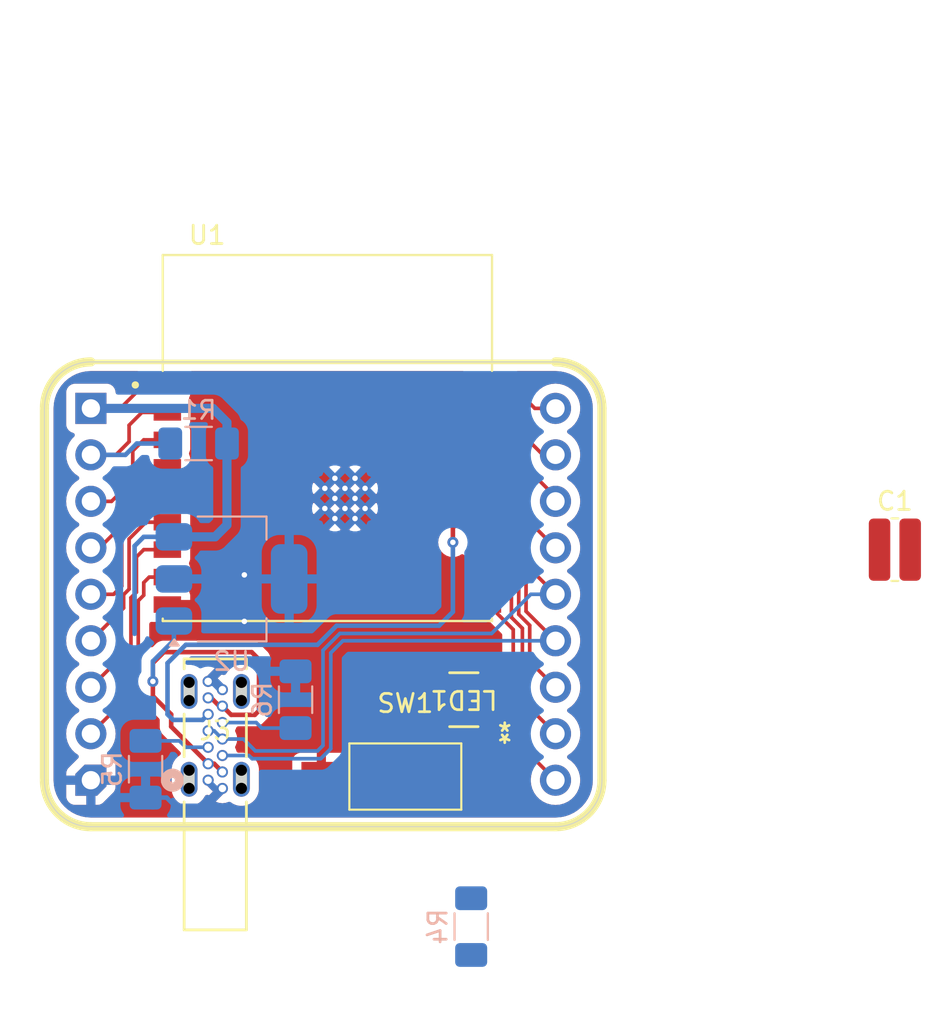
<source format=kicad_pcb>
(kicad_pcb (version 20240108) (generator "pcbnew") (generator_version "8.0")
  (layers (0 "F.Cu" signal) (31 "B.Cu" signal) (34 "B.Paste" user) (35 "F.Paste" user) (36 "B.SilkS" user "B.Silkscreen") (37 "F.SilkS" user "F.Silkscreen") (38 "B.Mask" user) (39 "F.Mask" user) (44 "Edge.Cuts" user))
  (net 0 "")
  (net 1 "GPIO3")
  (net 2 "GND")
  (net 3 "GPIO2")
  (net 4 "GPIO1")
  (net 5 "GPIO0")
  (net 6 "GPIO4")
  (net 7 "VBUS")
  (net 8 "GPIO7")
  (net 9 "USB_D+")
  (net 10 "UART-RX")
  (net 11 "USB_D-")
  (net 12 "GPIO5")
  (net 13 "GPIO8")
  (net 14 "UART-TX")
  (net 15 "GPIO10")
  (net 16 "EN")
  (net 17 "GPIO9")
  (net 18 "3V3")
  (net 19 "GPIO6")
  (net 21 "Net-(LED1-GND-Pad1)")
  (net 22 "Net-(J3-CC2)")
  (net 23 "Net-(J3-CC1)")
  (footprint "Alexander Footprint Library:ESP32-C3-WROOM-02-H4" (layer "F.Cu") (at 156.94 61.1)
    (property "Reference" "U1" (at -6.575 -11.085 0) (layer "F.SilkS"))
    (property "Value" "ESP32-C3-WROOM-02-N4")
    (fp_line (start -9 -10) (end -9 -3.67) (stroke (width 0.127)) (layer "F.SilkS"))
    (fp_line (start -9 10) (end -9 9.87) (stroke (width 0.127)) (layer "F.SilkS"))
    (fp_line (start -9 10) (end 9 10) (stroke (width 0.127)) (layer "F.SilkS"))
    (fp_line (start 9 -10) (end -9 -10) (stroke (width 0.127)) (layer "F.SilkS"))
    (fp_line (start 9 -3.67) (end 9 -10) (stroke (width 0.127)) (layer "F.SilkS"))
    (fp_line (start 9 10) (end 9 9.87) (stroke (width 0.127)) (layer "F.SilkS"))
    (fp_circle (center -10.5 -2.9) (end -10.4 -2.9) (stroke (width 0.2)) (fill none) (layer "F.SilkS"))
    (pad "1" smd rect (at -8.75 -2.9) (size 1.5 0.9) (layers "F.Cu" "F.Paste" "F.Mask") (net 18 "3V3"))
    (pad "2" smd rect (at -8.75 -1.4) (size 1.5 0.9) (layers "F.Cu" "F.Paste" "F.Mask") (net 16 "EN"))
    (pad "3" smd rect (at -8.75 0.1) (size 1.5 0.9) (layers "F.Cu" "F.Paste" "F.Mask") (net 6 "GPIO4"))
    (pad "4" smd rect (at -8.75 1.6) (size 1.5 0.9) (layers "F.Cu" "F.Paste" "F.Mask") (net 12 "GPIO5"))
    (pad "5" smd rect (at -8.75 3.1) (size 1.5 0.9) (layers "F.Cu" "F.Paste" "F.Mask") (net 19 "GPIO6"))
    (pad "6" smd rect (at -8.75 4.6) (size 1.5 0.9) (layers "F.Cu" "F.Paste" "F.Mask") (net 8 "GPIO7"))
    (pad "7" smd rect (at -8.75 6.1) (size 1.5 0.9) (layers "F.Cu" "F.Paste" "F.Mask") (net 13 "GPIO8"))
    (pad "8" smd rect (at -8.75 7.6) (size 1.5 0.9) (layers "F.Cu" "F.Paste" "F.Mask") (net 17 "GPIO9"))
    (pad "9" smd rect (at -8.75 9.1) (size 1.5 0.9) (layers "F.Cu" "F.Paste" "F.Mask") (net 2 "GND"))
    (pad "10" smd rect (at 8.75 9.1) (size 1.5 0.9) (layers "F.Cu" "F.Paste" "F.Mask") (net 15 "GPIO10"))
    (pad "11" smd rect (at 8.75 7.6) (size 1.5 0.9) (layers "F.Cu" "F.Paste" "F.Mask") (net 10 "UART-RX"))
    (pad "12" smd rect (at 8.75 6.1) (size 1.5 0.9) (layers "F.Cu" "F.Paste" "F.Mask") (net 14 "UART-TX"))
    (pad "13" smd rect (at 8.75 4.6) (size 1.5 0.9) (layers "F.Cu" "F.Paste" "F.Mask") (net 11 "USB_D-"))
    (pad "14" smd rect (at 8.75 3.1) (size 1.5 0.9) (layers "F.Cu" "F.Paste" "F.Mask") (net 9 "USB_D+"))
    (pad "15" smd rect (at 8.75 1.6) (size 1.5 0.9) (layers "F.Cu" "F.Paste" "F.Mask") (net 1 "GPIO3"))
    (pad "16" smd rect (at 8.75 0.1) (size 1.5 0.9) (layers "F.Cu" "F.Paste" "F.Mask") (net 3 "GPIO2"))
    (pad "17" smd rect (at 8.75 -1.4) (size 1.5 0.9) (layers "F.Cu" "F.Paste" "F.Mask") (net 4 "GPIO1"))
    (pad "18" smd rect (at 8.75 -2.9) (size 1.5 0.9) (layers "F.Cu" "F.Paste" "F.Mask") (net 5 "GPIO0"))
    (pad "19" smd rect (at -0.14 2.2) (size 0.7 0.7) (layers "F.Cu" "F.Paste" "F.Mask") (net 2 "GND"))
    (pad "20" smd rect (at 0.96 2.2) (size 0.7 0.7) (layers "F.Cu" "F.Paste" "F.Mask") (net 2 "GND"))
    (pad "21" smd rect (at 2.06 2.2) (size 0.7 0.7) (layers "F.Cu" "F.Paste" "F.Mask") (net 2 "GND"))
    (pad "22" smd rect (at -0.14 3.3) (size 0.7 0.7) (layers "F.Cu" "F.Paste" "F.Mask") (net 2 "GND"))
    (pad "23" smd rect (at 0.96 3.3) (size 0.7 0.7) (layers "F.Cu" "F.Paste" "F.Mask") (net 2 "GND"))
    (pad "24" smd rect (at 2.06 3.3) (size 0.7 0.7) (layers "F.Cu" "F.Paste" "F.Mask") (net 2 "GND"))
    (pad "25" smd rect (at -0.14 4.4) (size 0.7 0.7) (layers "F.Cu" "F.Paste" "F.Mask") (net 2 "GND"))
    (pad "26" smd rect (at 0.96 4.4) (size 0.7 0.7) (layers "F.Cu" "F.Paste" "F.Mask") (net 2 "GND"))
    (pad "27" smd rect (at 2.06 4.4) (size 0.7 0.7) (layers "F.Cu" "F.Paste" "F.Mask") (net 2 "GND"))
    (pad "28" thru_hole circle (at 0.41 2.2) (size 0.4 0.4) (drill 0.3) (layers "*.Cu") (net 2 "GND"))
    (pad "29" thru_hole circle (at 1.51 2.2) (size 0.4 0.4) (drill 0.3) (layers "*.Cu") (net 2 "GND"))
    (pad "30" thru_hole circle (at -0.14 2.75) (size 0.4 0.4) (drill 0.3) (layers "*.Cu") (net 2 "GND"))
    (pad "31" thru_hole circle (at 0.96 2.75) (size 0.4 0.4) (drill 0.3) (layers "*.Cu") (net 2 "GND"))
    (pad "32" thru_hole circle (at 2.06 2.75) (size 0.4 0.4) (drill 0.3) (layers "*.Cu") (net 2 "GND"))
    (pad "33" thru_hole circle (at 0.41 3.3) (size 0.4 0.4) (drill 0.3) (layers "*.Cu") (net 2 "GND"))
    (pad "34" thru_hole circle (at 1.51 3.3) (size 0.4 0.4) (drill 0.3) (layers "*.Cu") (net 2 "GND"))
    (pad "35" thru_hole circle (at -0.14 3.85) (size 0.4 0.4) (drill 0.3) (layers "*.Cu") (net 2 "GND"))
    (pad "36" thru_hole circle (at 0.96 3.85) (size 0.4 0.4) (drill 0.3) (layers "*.Cu") (net 2 "GND"))
    (pad "37" thru_hole circle (at 2.06 3.85) (size 0.4 0.4) (drill 0.3) (layers "*.Cu") (net 2 "GND"))
    (pad "38" thru_hole circle (at 0.41 4.4) (size 0.4 0.4) (drill 0.3) (layers "*.Cu") (net 2 "GND"))
    (pad "39" thru_hole circle (at 1.51 4.4) (size 0.4 0.4) (drill 0.3) (layers "*.Cu") (net 2 "GND"))
    (zone (net 0) (net_name "") (layer "F.Cu") (connect_pads (clearance 0)) (min_thickness 0.01)
      (keepout (tracks not_allowed) (vias not_allowed) (pads not_allowed) (copperpour not_allowed) (footprints allowed))
      (fill (thermal_gap 0.508) (thermal_bridge_width 0.508))
      (polygon (pts (xy 147.94 51.1) (xy 165.94 51.1) (xy 165.94 57.1) (xy 147.94 57.1)))
    )
    (zone (net 0) (net_name "") (layer "B.Cu") (connect_pads (clearance 0)) (min_thickness 0.01)
      (keepout (tracks not_allowed) (vias not_allowed) (pads not_allowed) (copperpour not_allowed) (footprints allowed))
      (fill (thermal_gap 0.508) (thermal_bridge_width 0.508))
      (polygon (pts (xy 147.94 51.1) (xy 165.94 51.1) (xy 165.94 57.1) (xy 147.94 57.1)))
    )
  )
  (footprint "Alexander Footprint Library:B1552_HVK-M" (layer "F.Cu") (at 164.4 75.4 180)
    (property "Reference" "LED1" (at 0 0 180) (layer "F.SilkS"))
    (property "Value" "LED-RED-GREEN-B1552USUG20D")
    (fp_line (start -0.777373 1.4732) (end 0.777373 1.4732) (stroke (width 0.1524)) (layer "F.SilkS"))
    (fp_line (start -0.777373 -1.4732) (end 0.777373 -1.4732) (stroke (width 0.1524)) (layer "F.SilkS"))
    (fp_text user "*" (at -2.2352 -1.8041 180) (layer "F.SilkS"))
    (fp_text user "*" (at -2.2352 -1.8041 0) (layer "F.SilkS"))
    (pad "1" smd rect (at -1.6002 -0.750001 180) (size 1.1176 1.0414) (layers "F.Cu" "F.Paste" "F.Mask") (net 21 "Net-(LED1-GND-Pad1)"))
    (pad "2" smd rect (at -1.6002 0.750001 180) (size 1.1176 1.0414) (layers "F.Cu" "F.Paste" "F.Mask") (net 18 "3V3"))
    (pad "3" smd rect (at 1.6002 0.750001 180) (size 1.1176 1.0414) (layers "F.Cu" "F.Paste" "F.Mask"))
    (pad "4" smd rect (at 1.6002 -0.750001 180) (size 1.1176 1.0414) (layers "F.Cu" "F.Paste" "F.Mask") (net 21 "Net-(LED1-GND-Pad1)"))
  )
  (footprint "Alexander Footprint Library:USB-C_KUSBX-SL-CS1N14-B_KYC" (layer "F.Cu") (at 150.419999 79.799999)
    (property "Reference" "J3" (at 0.39 -2.7 0) (layer "F.SilkS"))
    (property "Value" "USB-C_KUSBX-SL-CS1N14-B")
    (fp_circle (center -1.9468 0) (end -1.5658 0) (stroke (width 0.508)) (fill none) (layer "B.SilkS"))
    (fp_line (start -1.3118 -6.627) (end -1.3118 -6.087007) (stroke (width 0.1524)) (layer "F.SilkS"))
    (fp_line (start -1.3118 -3.612992) (end -1.3118 -1.287007) (stroke (width 0.1524)) (layer "F.SilkS"))
    (fp_line (start -1.3118 1.187007) (end -1.3118 8.1812) (stroke (width 0.1524)) (layer "F.SilkS"))
    (fp_line (start -1.3118 8.1812) (end 2.0918 8.1812) (stroke (width 0.1524)) (layer "F.SilkS"))
    (fp_line (start 2.0918 -6.627) (end -1.3118 -6.627) (stroke (width 0.1524)) (layer "F.SilkS"))
    (fp_line (start 2.0918 -6.087007) (end 2.0918 -6.627) (stroke (width 0.1524)) (layer "F.SilkS"))
    (fp_line (start 2.0918 -1.287007) (end 2.0918 -3.612992) (stroke (width 0.1524)) (layer "F.SilkS"))
    (fp_line (start 2.0918 8.1812) (end 2.0918 1.187007) (stroke (width 0.1524)) (layer "F.SilkS"))
    (fp_line (start -1.04 -4.354699) (end -1.04 -5.345299) (stroke (width 0.6096)) (layer "Edge.Cuts"))
    (fp_line (start -1.04 0.4453) (end -1.04 -0.5453) (stroke (width 0.6096)) (layer "Edge.Cuts"))
    (fp_line (start 1.82 -4.354699) (end 1.82 -5.345299) (stroke (width 0.6096)) (layer "Edge.Cuts"))
    (fp_line (start 1.82 0.4453) (end 1.82 -0.5453) (stroke (width 0.6096)) (layer "Edge.Cuts"))
    (pad "" np_thru_hole circle (at -1.04 -5.345299) (size 0.6096 0.6096) (drill 0.6096) (layers))
    (pad "" np_thru_hole circle (at -1.04 -4.354699) (size 0.6096 0.6096) (drill 0.6096) (layers))
    (pad "" np_thru_hole circle (at -1.04 -0.5453) (size 0.6096 0.6096) (drill 0.6096) (layers))
    (pad "" np_thru_hole circle (at -1.04 0.4453) (size 0.6096 0.6096) (drill 0.6096) (layers))
    (pad "" np_thru_hole circle (at 1.82 -5.345299) (size 0.6096 0.6096) (drill 0.6096) (layers))
    (pad "" np_thru_hole circle (at 1.82 -4.354699) (size 0.6096 0.6096) (drill 0.6096) (layers))
    (pad "" np_thru_hole circle (at 1.82 -0.5453) (size 0.6096 0.6096) (drill 0.6096) (layers))
    (pad "" np_thru_hole circle (at 1.82 0.4453) (size 0.6096 0.6096) (drill 0.6096) (layers))
    (pad "A1" thru_hole circle (at 0 0) (size 0.6096 0.6096) (drill 0.4064) (layers "*.Cu" "*.Mask") (net 2 "GND"))
    (pad "A4" thru_hole circle (at 0 -0.900001) (size 0.6096 0.6096) (drill 0.4064) (layers "*.Cu" "*.Mask") (net 7 "VBUS"))
    (pad "A5" thru_hole circle (at 0 -1.799999) (size 0.6096 0.6096) (drill 0.4064) (layers "*.Cu" "*.Mask") (net 23 "Net-(J3-CC1)"))
    (pad "A6" thru_hole circle (at 0 -2.7) (size 0.6096 0.6096) (drill 0.4064) (layers "*.Cu" "*.Mask") (net 9 "USB_D+"))
    (pad "A7" thru_hole circle (at 0 -3.6) (size 0.6096 0.6096) (drill 0.4064) (layers "*.Cu" "*.Mask") (net 11 "USB_D-"))
    (pad "A9" thru_hole circle (at 0 -4.499999) (size 0.6096 0.6096) (drill 0.4064) (layers "*.Cu" "*.Mask") (net 7 "VBUS"))
    (pad "A12" thru_hole circle (at 0 -5.399999) (size 0.6096 0.6096) (drill 0.4064) (layers "*.Cu" "*.Mask") (net 2 "GND"))
    (pad "B1" thru_hole circle (at 0.780001 -4.949999) (size 0.6096 0.6096) (drill 0.4064) (layers "*.Cu" "*.Mask") (net 2 "GND"))
    (pad "B4" thru_hole circle (at 0.780001 -4.049999) (size 0.6096 0.6096) (drill 0.4064) (layers "*.Cu" "*.Mask") (net 7 "VBUS"))
    (pad "B5" thru_hole circle (at 0.780001 -3.149999) (size 0.6096 0.6096) (drill 0.4064) (layers "*.Cu" "*.Mask") (net 22 "Net-(J3-CC2)"))
    (pad "B6" thru_hole circle (at 0.780001 -2.249999) (size 0.6096 0.6096) (drill 0.4064) (layers "*.Cu" "*.Mask") (net 9 "USB_D+"))
    (pad "B7" thru_hole circle (at 0.780001 -1.349999) (size 0.6096 0.6096) (drill 0.4064) (layers "*.Cu" "*.Mask") (net 11 "USB_D-"))
    (pad "B9" thru_hole circle (at 0.780001 -0.449999) (size 0.6096 0.6096) (drill 0.4064) (layers "*.Cu" "*.Mask") (net 7 "VBUS"))
    (pad "B12" thru_hole circle (at 0.780001 0.450001) (size 0.6096 0.6096) (drill 0.4064) (layers "*.Cu" "*.Mask") (net 2 "GND"))
    (pad "S_1" thru_hole oval (at -1.04 -0.05 90) (size 1.905 0.9144) (drill 0.0254) (layers "*.Cu" "*.Mask"))
    (pad "S_2" thru_hole oval (at 1.82 -0.05 90) (size 1.905 0.9144) (drill 0.0254) (layers "*.Cu" "*.Mask"))
    (pad "S_3" thru_hole oval (at -1.04 -4.849999 90) (size 1.905 0.9144) (drill 0.0254) (layers "*.Cu" "*.Mask"))
    (pad "S_4" thru_hole oval (at 1.82 -4.849999 90) (size 1.905 0.9144) (drill 0.0254) (layers "*.Cu" "*.Mask"))
  )
  (footprint "Alexander Footprint Library:SW_SPST_6x3" (layer "F.Cu") (at 161.2 79.6)
    (property "Reference" "SW1" (at 0 -4 0) (layer "F.SilkS"))
    (property "Value" "SW_Push")
    (fp_line (start -3.06 -1.81) (end 3.06 -1.81) (stroke (width 0.12)) (layer "F.SilkS"))
    (fp_line (start -3.06 1.81) (end -3.06 -1.81) (stroke (width 0.12)) (layer "F.SilkS"))
    (fp_line (start 3.06 -1.81) (end 3.06 1.81) (stroke (width 0.12)) (layer "F.SilkS"))
    (fp_line (start 3.06 1.81) (end -3.06 1.81) (stroke (width 0.12)) (layer "F.SilkS"))
    (pad "1" smd rect (at -4.59 0) (size 2.18 1.6) (layers "F.Cu" "F.Paste" "F.Mask") (net 2 "GND"))
    (pad "2" smd rect (at 4.59 0) (size 2.18 1.6) (layers "F.Cu" "F.Paste" "F.Mask") (net 16 "EN"))
  )
  (footprint "Alexander Footprint Library:Conn_ESP32-C3-WROOM-02" (layer "F.Cu") (at 159.25 64.56)
    (property "Reference" "J2" (hide yes))
    (property "Value" "~")
    (fp_line (start -17.78 -5.08) (end -17.78 15.24) (stroke (width 0.5)) (layer "F.SilkS"))
    (fp_line (start -15.24 -7.62) (end 10.16 -7.62) (stroke (width 0.25)) (layer "F.SilkS"))
    (fp_line (start -15.24 17.78) (end 10.16 17.78) (stroke (width 0.5)) (layer "F.SilkS"))
    (fp_line (start 12.7 -5.08) (end 12.7 15.24) (stroke (width 0.5)) (layer "F.SilkS"))
    (fp_arc (start -17.78 -5.08) (mid -17.036051 -6.876051) (end -15.24 -7.62) (stroke (width 0.5)) (layer "F.SilkS"))
    (fp_arc (start -15.24 17.78) (mid -17.036051 17.036051) (end -17.78 15.24) (stroke (width 0.5)) (layer "F.SilkS"))
    (fp_arc (start 10.16 -7.62) (mid 11.956051 -6.876051) (end 12.7 -5.08) (stroke (width 0.5)) (layer "F.SilkS"))
    (fp_arc (start 12.7 15.24) (mid 11.956051 17.036051) (end 10.16 17.78) (stroke (width 0.5)) (layer "F.SilkS"))
    (fp_line (start -17.78 15.24) (end -17.78 -5.08) (stroke (width 0.05)) (layer "Edge.Cuts"))
    (fp_line (start -15.24 -7.62) (end 10.16 -7.62) (stroke (width 0.05)) (layer "Edge.Cuts"))
    (fp_line (start 10.16 17.78) (end -15.24 17.78) (stroke (width 0.05)) (layer "Edge.Cuts"))
    (fp_line (start 12.7 -5.08) (end 12.7 15.24) (stroke (width 0.05)) (layer "Edge.Cuts"))
    (fp_arc (start -17.78 -5.08) (mid -17.036051 -6.876051) (end -15.24 -7.62) (stroke (width 0.05)) (layer "Edge.Cuts"))
    (fp_arc (start -15.24 17.78) (mid -17.036051 17.036051) (end -17.78 15.24) (stroke (width 0.05)) (layer "Edge.Cuts"))
    (fp_arc (start 10.16 -7.62) (mid 11.956051 -6.876051) (end 12.7 -5.08) (stroke (width 0.05)) (layer "Edge.Cuts"))
    (fp_arc (start 12.7 15.24) (mid 11.956051 17.036051) (end 10.16 17.78) (stroke (width 0.05)) (layer "Edge.Cuts"))
    (pad "1" thru_hole rect (at -15.24 -5.08) (size 1.7 1.7) (drill 1) (layers "*.Cu" "*.Mask") (net 18 "3V3"))
    (pad "2" thru_hole circle (at -15.24 -2.54) (size 1.7 1.7) (drill 1) (layers "*.Cu" "*.Mask") (net 16 "EN"))
    (pad "3" thru_hole circle (at -15.24 0) (size 1.7 1.7) (drill 1) (layers "*.Cu" "*.Mask") (net 6 "GPIO4"))
    (pad "4" thru_hole circle (at -15.24 2.54) (size 1.7 1.7) (drill 1) (layers "*.Cu" "*.Mask") (net 12 "GPIO5"))
    (pad "5" thru_hole circle (at -15.24 5.08) (size 1.7 1.7) (drill 1) (layers "*.Cu" "*.Mask") (net 19 "GPIO6"))
    (pad "6" thru_hole circle (at -15.24 7.62) (size 1.7 1.7) (drill 1) (layers "*.Cu" "*.Mask") (net 8 "GPIO7"))
    (pad "7" thru_hole circle (at -15.24 10.16) (size 1.7 1.7) (drill 1) (layers "*.Cu" "*.Mask") (net 13 "GPIO8"))
    (pad "8" thru_hole circle (at -15.24 12.7) (size 1.7 1.7) (drill 1) (layers "*.Cu" "*.Mask") (net 17 "GPIO9"))
    (pad "9" thru_hole roundrect (at -15.24 15.24) (size 1.7 1.7) (drill 1) (layers "*.Cu" "*.Mask") (roundrect_rratio 0) (chamfer_ratio 0.3) (chamfer top_left bottom_right) (net 2 "GND"))
    (pad "10" thru_hole circle (at 10.16 15.24) (size 1.7 1.7) (drill 1) (layers "*.Cu" "*.Mask") (net 15 "GPIO10"))
    (pad "11" thru_hole circle (at 10.16 12.7) (size 1.7 1.7) (drill 1) (layers "*.Cu" "*.Mask") (net 10 "UART-RX"))
    (pad "12" thru_hole circle (at 10.16 10.16) (size 1.7 1.7) (drill 1) (layers "*.Cu" "*.Mask") (net 14 "UART-TX"))
    (pad "13" thru_hole circle (at 10.16 7.62) (size 1.7 1.7) (drill 1) (layers "*.Cu" "*.Mask") (net 11 "USB_D-"))
    (pad "14" thru_hole circle (at 10.16 5.08) (size 1.7 1.7) (drill 1) (layers "*.Cu" "*.Mask") (net 9 "USB_D+"))
    (pad "15" thru_hole circle (at 10.16 2.54) (size 1.7 1.7) (drill 1) (layers "*.Cu" "*.Mask") (net 1 "GPIO3"))
    (pad "16" thru_hole circle (at 10.16 0) (size 1.7 1.7) (drill 1) (layers "*.Cu" "*.Mask") (net 3 "GPIO2"))
    (pad "17" thru_hole circle (at 10.16 -2.54) (size 1.7 1.7) (drill 1) (layers "*.Cu" "*.Mask") (net 4 "GPIO1"))
    (pad "18" thru_hole circle (at 10.16 -5.08) (size 1.7 1.7) (drill 1) (layers "*.Cu" "*.Mask") (net 5 "GPIO0"))
  )
  (footprint "Resistor_SMD:R_0612_1632Metric_Pad1.18x3.40mm_HandSolder" (layer "F.Cu") (at 187.9625 67.2)
    (property "Reference" "C1" (at 0 -2.65 0) (layer "F.SilkS"))
    (property "Value" "1uF")
    (fp_line (start -0.182983 -1.71) (end 0.182983 -1.71) (stroke (width 0.12)) (layer "F.SilkS"))
    (fp_line (start -0.182983 1.71) (end 0.182983 1.71) (stroke (width 0.12)) (layer "F.SilkS"))
    (pad "1" smd roundrect (at -0.8375 0) (size 1.175 3.4) (layers "F.Cu" "F.Paste" "F.Mask") (roundrect_rratio 0.212766) (net 16 "EN"))
    (pad "2" smd roundrect (at 0.8375 0) (size 1.175 3.4) (layers "F.Cu" "F.Paste" "F.Mask") (roundrect_rratio 0.212766) (net 2 "GND"))
  )
  (footprint "Package_TO_SOT_SMD:SOT-223-3_TabPin2" (layer "B.Cu") (at 151.7 68.8)
    (property "Reference" "U2" (at 0 4.5 0) (layer "B.SilkS") (effects (justify mirror)))
    (property "Value" "AMS1117-3V3")
    (fp_line (start 1.91 -3.41) (end -1.85 -3.41) (stroke (width 0.12)) (layer "B.SilkS"))
    (fp_line (start 1.91 -2.15) (end 1.91 -3.41) (stroke (width 0.12)) (layer "B.SilkS"))
    (fp_line (start 1.91 2.15) (end 1.91 3.41) (stroke (width 0.12)) (layer "B.SilkS"))
    (fp_line (start 1.91 3.41) (end -1.85 3.41) (stroke (width 0.12)) (layer "B.SilkS"))
    (fp_poly (pts (xy -3.13 3.31) (xy -3.37 3.64) (xy -2.89 3.64) (xy -3.13 3.31)) (stroke (width 0.12)) (fill solid) (layer "B.SilkS"))
    (pad "1" smd roundrect (at -3.15 2.3) (size 2 1.5) (layers "B.Cu" "B.Paste" "B.Mask") (net 7 "VBUS"))
    (pad "2" smd roundrect (at -3.15 0) (size 2 1.5) (layers "B.Cu" "B.Paste" "B.Mask") (net 2 "GND"))
    (pad "2" smd roundrect (at 3.15 0) (size 2 3.8) (layers "B.Cu" "B.Paste" "B.Mask") (net 2 "GND"))
    (pad "3" smd roundrect (at -3.15 -2.3) (size 2 1.5) (layers "B.Cu" "B.Paste" "B.Mask") (net 18 "3V3"))
  )
  (footprint "Resistor_SMD:R_1206_3216Metric_Pad1.30x1.75mm_HandSolder" (layer "B.Cu") (at 149.9 61.4 180)
    (property "Reference" "R1" (at 0 1.82 0) (layer "B.SilkS") (effects (justify mirror)))
    (property "Value" "10k")
    (fp_line (start 0.727064 0.91) (end -0.727064 0.91) (stroke (width 0.12)) (layer "B.SilkS"))
    (fp_line (start 0.727064 -0.91) (end -0.727064 -0.91) (stroke (width 0.12)) (layer "B.SilkS"))
    (pad "1" smd roundrect (at -1.55 0 180) (size 1.3 1.75) (layers "B.Cu" "B.Paste" "B.Mask") (roundrect_rratio 0.192308) (net 18 "3V3"))
    (pad "2" smd roundrect (at 1.55 0 180) (size 1.3 1.75) (layers "B.Cu" "B.Paste" "B.Mask") (roundrect_rratio 0.192308) (net 16 "EN"))
  )
  (footprint "Resistor_SMD:R_1206_3216Metric_Pad1.30x1.75mm_HandSolder" (layer "B.Cu") (at 147 79.2 -90)
    (property "Reference" "R5" (at 0 1.82 90) (layer "B.SilkS") (effects (justify mirror)))
    (property "Value" "5k1")
    (fp_line (start 0.727064 0.91) (end -0.727064 0.91) (stroke (width 0.12)) (layer "B.SilkS"))
    (fp_line (start 0.727064 -0.91) (end -0.727064 -0.91) (stroke (width 0.12)) (layer "B.SilkS"))
    (pad "1" smd roundrect (at -1.55 0 270) (size 1.3 1.75) (layers "B.Cu" "B.Paste" "B.Mask") (roundrect_rratio 0.192308) (net 23 "Net-(J3-CC1)"))
    (pad "2" smd roundrect (at 1.55 0 270) (size 1.3 1.75) (layers "B.Cu" "B.Paste" "B.Mask") (roundrect_rratio 0.192308) (net 2 "GND"))
  )
  (footprint "Resistor_SMD:R_1206_3216Metric_Pad1.30x1.75mm_HandSolder" (layer "B.Cu") (at 164.8 87.8 -90)
    (property "Reference" "R4" (at 0 1.82 90) (layer "B.SilkS") (effects (justify mirror)))
    (property "Value" "5k1")
    (fp_line (start 0.727064 0.91) (end -0.727064 0.91) (stroke (width 0.12)) (layer "B.SilkS"))
    (fp_line (start 0.727064 -0.91) (end -0.727064 -0.91) (stroke (width 0.12)) (layer "B.SilkS"))
    (pad "1" smd roundrect (at -1.55 0 270) (size 1.3 1.75) (layers "B.Cu" "B.Paste" "B.Mask") (roundrect_rratio 0.192308) (net 2 "GND"))
    (pad "2" smd roundrect (at 1.55 0 270) (size 1.3 1.75) (layers "B.Cu" "B.Paste" "B.Mask") (roundrect_rratio 0.192308) (net 21 "Net-(LED1-GND-Pad1)"))
  )
  (footprint "Resistor_SMD:R_1206_3216Metric_Pad1.30x1.75mm_HandSolder" (layer "B.Cu") (at 155.2 75.4 -90)
    (property "Reference" "R6" (at 0 1.82 90) (layer "B.SilkS") (effects (justify mirror)))
    (property "Value" "5k1")
    (fp_line (start 0.727064 0.91) (end -0.727064 0.91) (stroke (width 0.12)) (layer "B.SilkS"))
    (fp_line (start 0.727064 -0.91) (end -0.727064 -0.91) (stroke (width 0.12)) (layer "B.SilkS"))
    (pad "1" smd roundrect (at -1.55 0 270) (size 1.3 1.75) (layers "B.Cu" "B.Paste" "B.Mask") (roundrect_rratio 0.192308) (net 2 "GND"))
    (pad "2" smd roundrect (at 1.55 0 270) (size 1.3 1.75) (layers "B.Cu" "B.Paste" "B.Mask") (roundrect_rratio 0.192308) (net 22 "Net-(J3-CC2)"))
  )
  (segment (start 167.2 62.7) (end 167.8 63.3) (width 0.2) (layer "F.Cu") (net 1))
  (segment (start 165.69 62.7) (end 167.2 62.7) (width 0.2) (layer "F.Cu") (net 1))
  (segment (start 167.8 63.3) (end 167.8 65.49) (width 0.2) (layer "F.Cu") (net 1))
  (segment (start 167.8 65.49) (end 169.41 67.1) (width 0.2) (layer "F.Cu") (net 1))
  (via (at 152.4 68.58) (size 0.6) (drill 0.3) (layers "F.Cu" "B.Cu") (net 2))
  (via (at 152.4 71.12) (size 0.6) (drill 0.3) (layers "F.Cu" "B.Cu") (net 2))
  (segment (start 150.419999 79.799999) (end 150.87 80.25) (width 0.25) (layer "B.Cu") (net 2))
  (segment (start 151.2 74.85) (end 150.75 74.4) (width 0.5) (layer "B.Cu") (net 2))
  (segment (start 148.15 80.75) (end 147 80.75) (width 0.25) (layer "B.Cu") (net 2))
  (segment (start 150.25 81.2) (end 148.6 81.2) (width 0.25) (layer "B.Cu") (net 2))
  (segment (start 147.402499 81.152499) (end 147 80.75) (width 0.5) (layer "B.Cu") (net 2))
  (segment (start 151.2 80.25) (end 150.25 81.2) (width 0.25) (layer "B.Cu") (net 2))
  (segment (start 148.6 81.2) (end 148.15 80.75) (width 0.25) (layer "B.Cu") (net 2))
  (segment (start 150.87 80.25) (end 151.2 80.25) (width 0.25) (layer "B.Cu") (net 2))
  (segment (start 150.75 74.4) (end 150.419999 74.4) (width 0.5) (layer "B.Cu") (net 2))
  (segment (start 165.69 61.2) (end 166.3 61.2) (width 0.2) (layer "F.Cu") (net 3))
  (segment (start 166.3 61.2) (end 169.41 64.31) (width 0.2) (layer "F.Cu") (net 3))
  (segment (start 169.41 64.31) (end 169.41 64.56) (width 0.2) (layer "F.Cu") (net 3))
  (segment (start 165.69 59.7) (end 166.4 59.7) (width 0.2) (layer "F.Cu") (net 4))
  (segment (start 166.4 59.7) (end 168.72 62.02) (width 0.2) (layer "F.Cu") (net 4))
  (segment (start 168.72 62.02) (end 169.41 62.02) (width 0.2) (layer "F.Cu") (net 4))
  (segment (start 168.28 59.48) (end 167 58.2) (width 0.2) (layer "F.Cu") (net 5))
  (segment (start 167 58.2) (end 165.69 58.2) (width 0.2) (layer "F.Cu") (net 5))
  (segment (start 169.41 59.48) (end 168.28 59.48) (width 0.2) (layer "F.Cu") (net 5))
  (segment (start 148.19 61.2) (end 146.9 61.2) (width 0.2) (layer "F.Cu") (net 6))
  (segment (start 146.9 61.2) (end 146.3 61.8) (width 0.2) (layer "F.Cu") (net 6))
  (segment (start 146.3 63.4) (end 145.14 64.56) (width 0.2) (layer "F.Cu") (net 6))
  (segment (start 146.3 61.8) (end 146.3 63.4) (width 0.2) (layer "F.Cu") (net 6))
  (segment (start 145.14 64.56) (end 144.01 64.56) (width 0.2) (layer "F.Cu") (net 6))
  (segment (start 150.582551 75.3) (end 151.032551 75.75) (width 0.25) (layer "F.Cu") (net 7))
  (segment (start 151.6775 76.2275) (end 151.2 75.75) (width 0.25) (layer "F.Cu") (net 7))
  (segment (start 152.8 72.8) (end 153.2 73.2) (width 0.25) (layer "F.Cu") (net 7))
  (segment (start 153.2 73.2) (end 153.2 76) (width 0.25) (layer "F.Cu") (net 7))
  (segment (start 150.749998 78.899998) (end 150.419999 78.899998) (width 0.25) (layer "F.Cu") (net 7))
  (segment (start 148 72.8) (end 152.8 72.8) (width 0.25) (layer "F.Cu") (net 7))
  (segment (start 147.4 74.4) (end 147.4 75.2) (width 0.25) (layer "F.Cu") (net 7))
  (segment (start 147.4 75.2) (end 148.4 76.2) (width 0.25) (layer "F.Cu") (net 7))
  (segment (start 152.9725 76.2275) (end 151.6775 76.2275) (width 0.25) (layer "F.Cu") (net 7))
  (segment (start 153.2 76) (end 152.9725 76.2275) (width 0.25) (layer "F.Cu") (net 7))
  (segment (start 151.032551 75.75) (end 151.2 75.75) (width 0.25) (layer "F.Cu") (net 7))
  (segment (start 147.4 74.4) (end 147.4 73.4) (width 0.25) (layer "F.Cu") (net 7))
  (segment (start 148.4 76.870673) (end 150.429325 78.899998) (width 0.25) (layer "F.Cu") (net 7))
  (segment (start 147.4 73.4) (end 148 72.8) (width 0.25) (layer "F.Cu") (net 7))
  (segment (start 148.4 76.2) (end 148.4 76.870673) (width 0.25) (layer "F.Cu") (net 7))
  (segment (start 150.749998 78.899998) (end 151.2 79.35) (width 0.25) (layer "F.Cu") (net 7))
  (segment (start 150.419999 78.899998) (end 150.6 78.899998) (width 0.25) (layer "F.Cu") (net 7))
  (via (at 147.4 74.4) (size 0.6) (drill 0.3) (layers "F.Cu" "B.Cu") (net 7))
  (segment (start 148.55 72.15) (end 148.55 71.1) (width 0.25) (layer "B.Cu") (net 7))
  (segment (start 147.4 74.4) (end 147.4 73.3) (width 0.25) (layer "B.Cu") (net 7))
  (segment (start 147.4 73.3) (end 148.55 72.15) (width 0.25) (layer "B.Cu") (net 7))
  (segment (start 148.19 65.7) (end 147.015686 65.7) (width 0.2) (layer "F.Cu") (net 8))
  (segment (start 146.1 66.615686) (end 146.1 69.358628) (width 0.2) (layer "F.Cu") (net 8))
  (segment (start 146.1 69.358628) (end 145.8 69.658628) (width 0.2) (layer "F.Cu") (net 8))
  (segment (start 145.8 69.658628) (end 145.8 70.39) (width 0.2) (layer "F.Cu") (net 8))
  (segment (start 147.015686 65.7) (end 146.1 66.615686) (width 0.2) (layer "F.Cu") (net 8))
  (segment (start 145.8 70.39) (end 144.01 72.18) (width 0.2) (layer "F.Cu") (net 8))
  (segment (start 167.8 66.055686) (end 167.8 68.03) (width 0.2) (layer "F.Cu") (net 9))
  (segment (start 165.69 64.2) (end 167.1 64.2) (width 0.2) (layer "F.Cu") (net 9))
  (segment (start 167.8 68.03) (end 169.41 69.64) (width 0.2) (layer "F.Cu") (net 9))
  (segment (start 167.4 64.5) (end 167.4 65.655686) (width 0.2) (layer "F.Cu") (net 9))
  (segment (start 167.1 64.2) (end 167.4 64.5) (width 0.2) (layer "F.Cu") (net 9))
  (segment (start 167.4 65.655686) (end 167.8 66.055686) (width 0.2) (layer "F.Cu") (net 9))
  (segment (start 150.749999 77.099999) (end 151.2 77.55) (width 0.2) (layer "B.Cu") (net 9))
  (segment (start 165.92 71.78) (end 168.06 69.64) (width 0.2) (layer "B.Cu") (net 9))
  (segment (start 153 78.2) (end 156.4 78.2) (width 0.2) (layer "B.Cu") (net 9))
  (segment (start 156.4 78.2) (end 156.7 77.9) (width 0.2) (layer "B.Cu") (net 9))
  (segment (start 156.7 72.7) (end 157.62 71.78) (width 0.2) (layer "B.Cu") (net 9))
  (segment (start 151.2 77.55) (end 152.35 77.55) (width 0.2) (layer "B.Cu") (net 9))
  (segment (start 157.62 71.78) (end 165.92 71.78) (width 0.2) (layer "B.Cu") (net 9))
  (segment (start 156.7 77.9) (end 156.7 72.7) (width 0.2) (layer "B.Cu") (net 9))
  (segment (start 152.35 77.55) (end 153 78.2) (width 0.2) (layer "B.Cu") (net 9))
  (segment (start 150.419999 77.099999) (end 150.749999 77.099999) (width 0.2) (layer "B.Cu") (net 9))
  (segment (start 168.06 69.64) (end 169.41 69.64) (width 0.2) (layer "B.Cu") (net 9))
  (segment (start 167 69.71) (end 167 70.901372) (width 0.2) (layer "F.Cu") (net 10))
  (segment (start 167.6 71.501372) (end 167.6 75.45) (width 0.2) (layer "F.Cu") (net 10))
  (segment (start 165.99 68.7) (end 167 69.71) (width 0.2) (layer "F.Cu") (net 10))
  (segment (start 165.69 68.7) (end 165.99 68.7) (width 0.2) (layer "F.Cu") (net 10))
  (segment (start 167 70.901372) (end 167.6 71.501372) (width 0.2) (layer "F.Cu") (net 10))
  (segment (start 167.6 75.45) (end 169.41 77.26) (width 0.2) (layer "F.Cu") (net 10))
  (segment (start 167.4 67.11) (end 167.4 68.195686) (width 0.2) (layer "F.Cu") (net 11))
  (segment (start 167.4 68.195686) (end 167.8 68.595686) (width 0.2) (layer "F.Cu") (net 11))
  (segment (start 165.69 65.7) (end 165.99 65.7) (width 0.2) (layer "F.Cu") (net 11))
  (segment (start 163.8 66.8) (end 163.8 66) (width 0.25) (layer "F.Cu") (net 11))
  (segment (start 167.8 68.595686) (end 167.8 70.57) (width 0.2) (layer "F.Cu") (net 11))
  (segment (start 163.8 66) (end 164.1 65.7) (width 0.25) (layer "F.Cu") (net 11))
  (segment (start 165.99 65.7) (end 167.4 67.11) (width 0.2) (layer "F.Cu") (net 11))
  (segment (start 167.8 70.57) (end 169.41 72.18) (width 0.2) (layer "F.Cu") (net 11))
  (segment (start 164.1 65.7) (end 165.69 65.7) (width 0.25) (layer "F.Cu") (net 11))
  (via (at 163.8 66.8) (size 0.6) (drill 0.3) (layers "F.Cu" "B.Cu") (net 11))
  (segment (start 148.2 73.4) (end 148.2 76.2) (width 0.25) (layer "B.Cu") (net 11))
  (segment (start 157.125 73.255) (end 157.125 72.840686) (width 0.2) (layer "B.Cu") (net 11))
  (segment (start 163.045 71.355) (end 157.44396 71.355) (width 0.25) (layer "B.Cu") (net 11))
  (segment (start 150.115199 76.504799) (end 150.419999 76.199999) (width 0.25) (layer "B.Cu") (net 11))
  (segment (start 157.44396 71.355) (end 156.39896 72.4) (width 0.25) (layer "B.Cu") (net 11))
  (segment (start 156.39896 72.4) (end 149.2 72.4) (width 0.25) (layer "B.Cu") (net 11))
  (segment (start 149.2 72.4) (end 148.2 73.4) (width 0.25) (layer "B.Cu") (net 11))
  (segment (start 163.8 70.6) (end 163.045 71.355) (width 0.25) (layer "B.Cu") (net 11))
  (segment (start 151.2 78.45) (end 152.648959 78.45) (width 0.2) (layer "B.Cu") (net 11))
  (segment (start 156.576041 78.625) (end 157.125 78.076041) (width 0.2) (layer "B.Cu") (net 11))
  (segment (start 163.8 66.8) (end 163.8 70.6) (width 0.25) (layer "B.Cu") (net 11))
  (segment (start 157.785686 72.18) (end 169.41 72.18) (width 0.2) (layer "B.Cu") (net 11))
  (segment (start 157.125 78.076041) (end 157.125 73.255) (width 0.2) (layer "B.Cu") (net 11))
  (segment (start 148.504799 76.504799) (end 150.115199 76.504799) (width 0.25) (layer "B.Cu") (net 11))
  (segment (start 152.823959 78.625) (end 156.576041 78.625) (width 0.2) (layer "B.Cu") (net 11))
  (segment (start 152.648959 78.45) (end 152.823959 78.625) (width 0.2) (layer "B.Cu") (net 11))
  (segment (start 157.125 72.840686) (end 157.785686 72.18) (width 0.2) (layer "B.Cu") (net 11))
  (segment (start 148.2 76.2) (end 148.504799 76.504799) (width 0.25) (layer "B.Cu") (net 11))
  (segment (start 148.19 62.7) (end 147.1 62.7) (width 0.2) (layer "F.Cu") (net 12))
  (segment (start 145.8 65.784314) (end 144.484314 67.1) (width 0.2) (layer "F.Cu") (net 12))
  (segment (start 146.7 63.1) (end 146.7 63.565686) (width 0.2) (layer "F.Cu") (net 12))
  (segment (start 146.7 63.565686) (end 145.8 64.465686) (width 0.2) (layer "F.Cu") (net 12))
  (segment (start 145.8 64.465686) (end 145.8 65.784314) (width 0.2) (layer "F.Cu") (net 12))
  (segment (start 144.484314 67.1) (end 144.01 67.1) (width 0.2) (layer "F.Cu") (net 12))
  (segment (start 147.1 62.7) (end 146.7 63.1) (width 0.2) (layer "F.Cu") (net 12))
  (segment (start 146.5 67.6) (end 146.499999 69.524314) (width 0.2) (layer "F.Cu") (net 13))
  (segment (start 148.19 67.2) (end 146.9 67.2) (width 0.2) (layer "F.Cu") (net 13))
  (segment (start 146.499999 69.524314) (end 146.2 69.824313) (width 0.2) (layer "F.Cu") (net 13))
  (segment (start 146.9 67.2) (end 146.5 67.6) (width 0.2) (layer "F.Cu") (net 13))
  (segment (start 146.2 69.824313) (end 146.2 72.53) (width 0.2) (layer "F.Cu") (net 13))
  (segment (start 146.2 72.53) (end 144.01 74.72) (width 0.2) (layer "F.Cu") (net 13))
  (segment (start 167.4 68.761372) (end 167.4 70.735686) (width 0.2) (layer "F.Cu") (net 14))
  (segment (start 167.4 70.735686) (end 168 71.335686) (width 0.2) (layer "F.Cu") (net 14))
  (segment (start 165.69 67.2) (end 166.3 67.2) (width 0.2) (layer "F.Cu") (net 14))
  (segment (start 167 68.361372) (end 167.4 68.761372) (width 0.2) (layer "F.Cu") (net 14))
  (segment (start 168 71.335686) (end 168 73.31) (width 0.2) (layer "F.Cu") (net 14))
  (segment (start 167 67.9) (end 167 68.361372) (width 0.2) (layer "F.Cu") (net 14))
  (segment (start 166.3 67.2) (end 167 67.9) (width 0.2) (layer "F.Cu") (net 14))
  (segment (start 168 73.31) (end 169.41 74.72) (width 0.2) (layer "F.Cu") (net 14))
  (segment (start 167.9 76.315686) (end 167.9 78.29) (width 0.2) (layer "F.Cu") (net 15))
  (segment (start 165.732942 70.2) (end 167.1 71.567058) (width 0.2) (layer "F.Cu") (net 15))
  (segment (start 167.9 78.29) (end 169.41 79.8) (width 0.2) (layer "F.Cu") (net 15))
  (segment (start 165.69 70.2) (end 165.732942 70.2) (width 0.2) (layer "F.Cu") (net 15))
  (segment (start 167.1 71.567058) (end 167.1 75.515686) (width 0.2) (layer "F.Cu") (net 15))
  (segment (start 167.1 75.515686) (end 167.9 76.315686) (width 0.2) (layer "F.Cu") (net 15))
  (segment (start 146.8 59.7) (end 146.1 60.4) (width 0.2) (layer "F.Cu") (net 16))
  (segment (start 145.38 62.02) (end 144.01 62.02) (width 0.2) (layer "F.Cu") (net 16))
  (segment (start 146.1 60.4) (end 146.1 61.3) (width 0.2) (layer "F.Cu") (net 16))
  (segment (start 148.19 59.7) (end 146.8 59.7) (width 0.2) (layer "F.Cu") (net 16))
  (segment (start 146.1 61.3) (end 145.38 62.02) (width 0.2) (layer "F.Cu") (net 16))
  (segment (start 148.35 61.4) (end 146.52 61.4) (width 0.25) (layer "B.Cu") (net 16))
  (segment (start 144.01 62.02) (end 145.9 62.02) (width 0.25) (layer "B.Cu") (net 16))
  (segment (start 146.52 61.4) (end 145.9 62.02) (width 0.25) (layer "B.Cu") (net 16))
  (segment (start 148.19 68.7) (end 147.2 68.7) (width 0.2) (layer "F.Cu") (net 17))
  (segment (start 145.8 75.47) (end 144.01 77.26) (width 0.2) (layer "F.Cu") (net 17))
  (segment (start 146.6 72.695686) (end 145.8 73.495686) (width 0.2) (layer "F.Cu") (net 17))
  (segment (start 147.2 68.7) (end 146.9 69) (width 0.2) (layer "F.Cu") (net 17))
  (segment (start 146.9 69) (end 146.9 69.69) (width 0.2) (layer "F.Cu") (net 17))
  (segment (start 146.665685 69.924314) (end 146.6 69.989999) (width 0.2) (layer "F.Cu") (net 17))
  (segment (start 145.8 73.495686) (end 145.8 75.47) (width 0.2) (layer "F.Cu") (net 17))
  (segment (start 146.6 69.989999) (end 146.6 72.695686) (width 0.2) (layer "F.Cu") (net 17))
  (segment (start 146.9 69.69) (end 146.665685 69.924314) (width 0.2) (layer "F.Cu") (net 17))
  (segment (start 146.9 58.2) (end 145.62 59.48) (width 0.2) (layer "F.Cu") (net 18))
  (segment (start 145.62 59.48) (end 144.01 59.48) (width 0.2) (layer "F.Cu") (net 18))
  (segment (start 148.19 58.2) (end 146.9 58.2) (width 0.2) (layer "F.Cu") (net 18))
  (segment (start 150.68 59.48) (end 151.45 60.25) (width 0.5) (layer "B.Cu") (net 18))
  (segment (start 146.4 67) (end 146.9 66.5) (width 0.25) (layer "B.Cu") (net 18))
  (segment (start 148.55 66.5) (end 150.8 66.5) (width 0.5) (layer "B.Cu") (net 18))
  (segment (start 144.03 59.5) (end 144.01 59.48) (width 0.2) (layer "B.Cu") (net 18))
  (segment (start 151.45 65.85) (end 151.45 62.1) (width 0.5) (layer "B.Cu") (net 18))
  (segment (start 144.01 59.48) (end 150.68 59.48) (width 0.5) (layer "B.Cu") (net 18))
  (segment (start 146.4 71.8) (end 146.4 67) (width 0.25) (layer "B.Cu") (net 18))
  (segment (start 150.8 66.5) (end 151.45 65.85) (width 0.5) (layer "B.Cu") (net 18))
  (segment (start 151.45 60.25) (end 151.45 62.1) (width 0.5) (layer "B.Cu") (net 18))
  (segment (start 146.9 66.5) (end 148.55 66.5) (width 0.25) (layer "B.Cu") (net 18))
  (segment (start 146.2 64.8) (end 146.2 65.95) (width 0.2) (layer "F.Cu") (net 19))
  (segment (start 145.7 69.192942) (end 145.252942 69.64) (width 0.2) (layer "F.Cu") (net 19))
  (segment (start 148.19 64.2) (end 146.8 64.2) (width 0.2) (layer "F.Cu") (net 19))
  (segment (start 145.7 66.45) (end 145.7 69.192942) (width 0.2) (layer "F.Cu") (net 19))
  (segment (start 145.252942 69.64) (end 144.01 69.64) (width 0.2) (layer "F.Cu") (net 19))
  (segment (start 146.2 65.95) (end 145.7 66.45) (width 0.2) (layer "F.Cu") (net 19))
  (segment (start 146.8 64.2) (end 146.2 64.8) (width 0.2) (layer "F.Cu") (net 19))
  (segment (start 153.35 76.95) (end 155.2 76.95) (width 0.2) (layer "B.Cu") (net 22))
  (segment (start 151.2 76.65) (end 153.05 76.65) (width 0.2) (layer "B.Cu") (net 22))
  (segment (start 153.05 76.65) (end 153.35 76.95) (width 0.2) (layer "B.Cu") (net 22))
  (segment (start 150.419999 78) (end 149.2 78) (width 0.2) (layer "B.Cu") (net 23))
  (segment (start 149.2 78) (end 148.85 77.65) (width 0.2) (layer "B.Cu") (net 23))
  (segment (start 148.85 77.65) (end 147 77.65) (width 0.2) (layer "B.Cu") (net 23))
  (zone (net 2) (net_name "GND") (layer "F.Cu") (connect_pads (clearance 0.5)) (min_thickness 0.25) (fill yes (thermal_gap 0.5) (thermal_bridge_width 0.5))
    (polygon (pts (xy 141.1 56.6) (xy 172.6 56.6) (xy 172.6 83) (xy 141 83)))
  )
  (zone (net 2) (net_name "GND") (layer "B.Cu") (priority 1) (connect_pads (clearance 0.5)) (min_thickness 0.25) (fill yes (thermal_gap 0.5) (thermal_bridge_width 0.5))
    (polygon (pts (xy 141.1 56.5) (xy 172.6 56.6) (xy 172.6 83) (xy 141 83.1)))
  )
)
</source>
